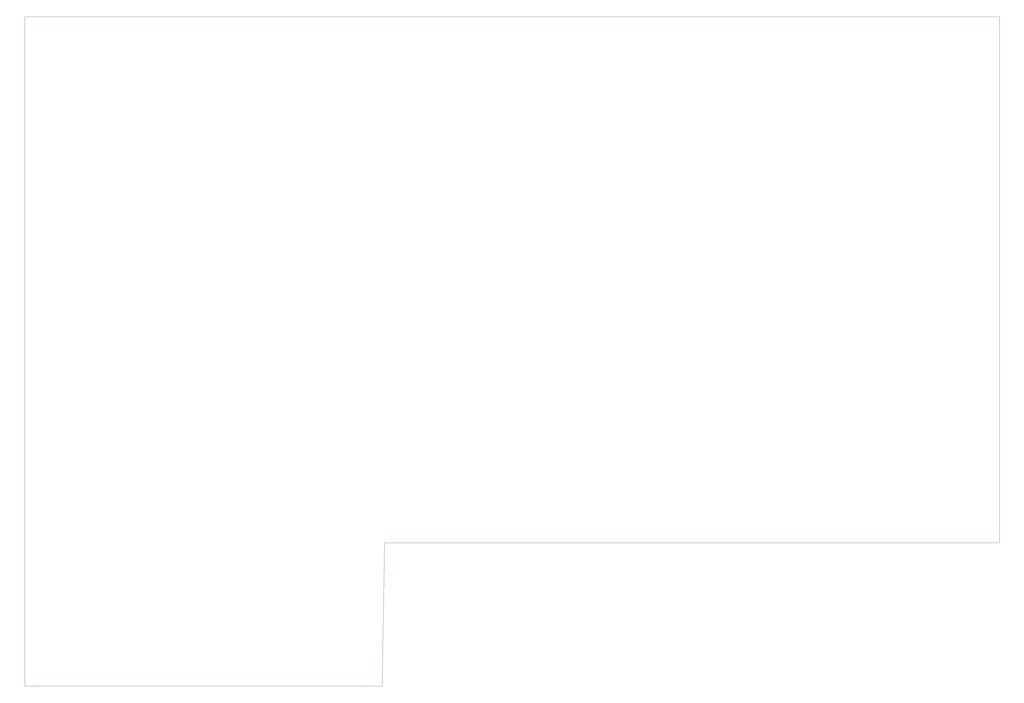
<source format=gbr>
%TF.GenerationSoftware,KiCad,Pcbnew,7.0.2-0*%
%TF.CreationDate,2023-05-03T08:41:48+07:00*%
%TF.ProjectId,robot1,726f626f-7431-42e6-9b69-6361645f7063,rev?*%
%TF.SameCoordinates,Original*%
%TF.FileFunction,Profile,NP*%
%FSLAX46Y46*%
G04 Gerber Fmt 4.6, Leading zero omitted, Abs format (unit mm)*
G04 Created by KiCad (PCBNEW 7.0.2-0) date 2023-05-03 08:41:48*
%MOMM*%
%LPD*%
G01*
G04 APERTURE LIST*
%TA.AperFunction,Profile*%
%ADD10C,0.100000*%
%TD*%
G04 APERTURE END LIST*
D10*
X14605000Y-6985000D02*
X286385000Y-6985000D01*
X14605000Y-193675000D02*
X14605000Y-6985000D01*
X114300000Y-193675000D02*
X14605000Y-193675000D01*
X114935000Y-153670000D02*
X114300000Y-193675000D01*
X255905000Y-153670000D02*
X114935000Y-153670000D01*
X286385000Y-153670000D02*
X255905000Y-153670000D01*
X286385000Y-6985000D02*
X286385000Y-153670000D01*
M02*

</source>
